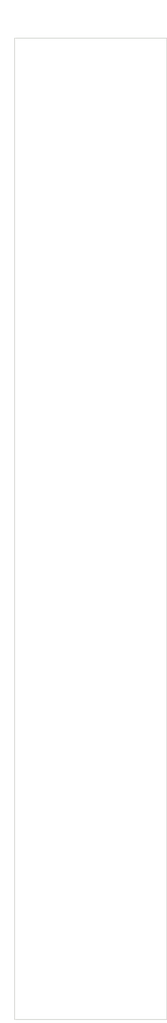
<source format=kicad_pcb>
(kicad_pcb (version 20211014) (generator pcbnew)
  (layers (0 "F.Cu" signal) (31 "B.Cu" signal) (34 "B.Paste" user) (35 "F.Paste" user) (36 "B.SilkS" user "B.Silkscreen") (37 "F.SilkS" user "F.Silkscreen") (38 "B.Mask" user) (39 "F.Mask" user) (44 "Edge.Cuts" user))
  (net 0 "")
  (footprint "MountingHole:MountingHole_3.2mm_M3" (layer "F.Cu") (at 5.08 125.5)
    (fp_text reference "REF**" hide)
    (fp_text value "MountingHole_3.2mm_M3" hide)
    (pad "" np_thru_hole oval locked (at 0 0) (size 7 3.2) (drill oval 7 3.2) (layers F&B.Cu *.Mask))
  )
  (footprint "MountingHole:MountingHole_3.2mm_M3" (layer "F.Cu") (at 5.08 3)
    (fp_text reference "REF**" hide)
    (fp_text value "MountingHole_3.2mm_M3" hide)
    (pad "" np_thru_hole oval locked (at 0 0) (size 7 3.2) (drill oval 7 3.2) (layers F&B.Cu *.Mask))
  )
  (gr_line (start 20 0) (end 20 128.5) (layer "Edge.Cuts") (width 0.1))
  (gr_line (start 0 128.5) (end 0 0) (layer "Edge.Cuts") (width 0.1))
  (gr_line (start 0 0) (end 20 0) (layer "Edge.Cuts") (width 0.1))
  (gr_line (start 20 128.5) (end 0 128.5) (layer "Edge.Cuts") (width 0.1))
)
</source>
